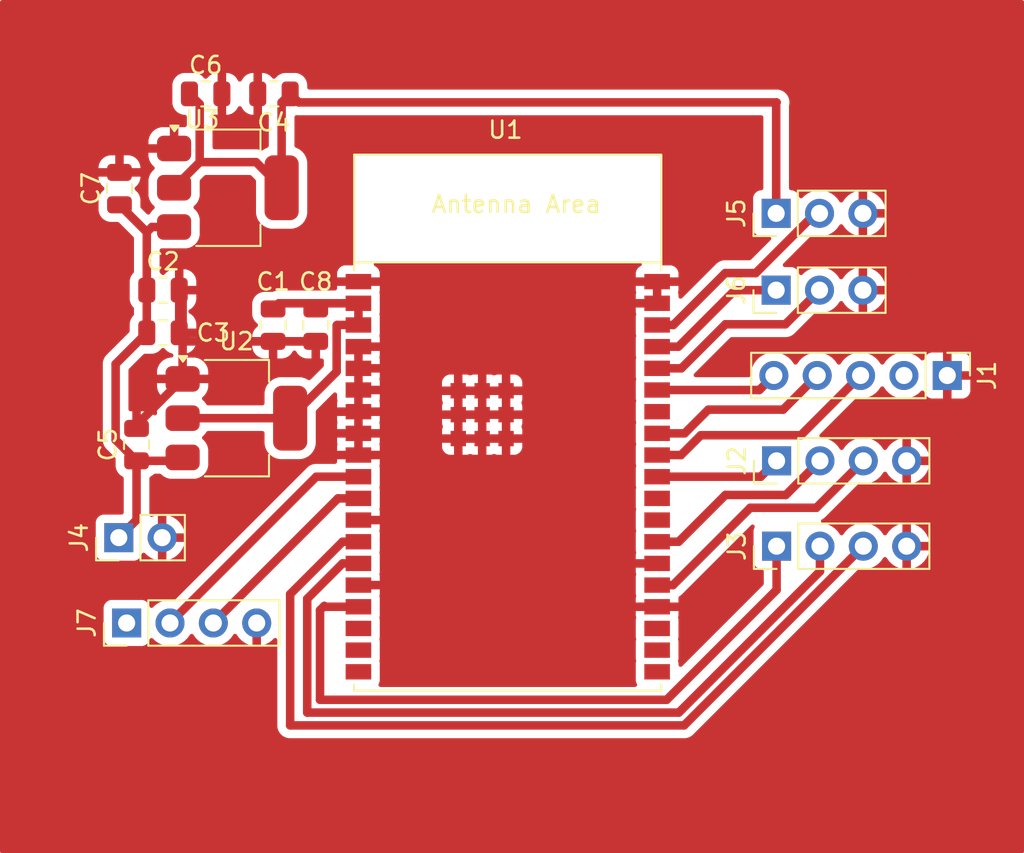
<source format=kicad_pcb>
(kicad_pcb (version 20240108) (generator "pcbnew") (generator_version "8.0")
  (layers (0 "F.Cu" signal) (31 "B.Cu" signal) (34 "B.Paste" user) (35 "F.Paste" user) (36 "B.SilkS" user "B.Silkscreen") (37 "F.SilkS" user "F.Silkscreen") (38 "B.Mask" user) (39 "F.Mask" user) (44 "Edge.Cuts" user))
  (net 0 "")
  (net 1 "/I2S_CL")
  (net 2 "GND")
  (net 3 "+3.3V")
  (net 4 "VCC")
  (net 5 "+5V")
  (net 6 "/I2S_DA")
  (net 7 "/RX")
  (net 8 "/TX")
  (net 9 "/LED_DATA")
  (net 10 "/I2S_BCK")
  (net 11 "/I2S_LRCK")
  (net 12 "/I2S_DATA")
  (net 13 "/KNOB1_A")
  (net 14 "/KNOB1_B")
  (net 15 "/KNOB1_BUT")
  (net 16 "/KNOB2_BUT")
  (net 17 "/KNOB2_A")
  (net 18 "/KNOB2_B")
  (footprint "Capacitor_SMD:C_0805_2012Metric" (layer "F.Cu") (at 28 41.05 90)
    (property "Reference" "C5" (at 0 -1.68 90) (layer "F.SilkS"))
    (property "Value" "100nF")
    (fp_line (start -0.261252 -0.735) (end 0.261252 -0.735) (stroke (width 0.12)) (layer "F.SilkS"))
    (fp_line (start -0.261252 0.735) (end 0.261252 0.735) (stroke (width 0.12)) (layer "F.SilkS"))
    (pad "1" smd roundrect (at -0.95 0 90) (size 1 1.45) (layers "F.Cu" "F.Paste" "F.Mask") (net 4 "VCC"))
    (pad "2" smd roundrect (at 0.95 0 90) (size 1 1.45) (layers "F.Cu" "F.Paste" "F.Mask") (net 2 "GND"))
  )
  (footprint "Connector_PinHeader_2.54mm:PinHeader_1x05_P2.54mm_Vertical" (layer "F.Cu") (at 75.5 37 -90)
    (property "Reference" "J1" (at 0 -2.33 90) (layer "F.SilkS"))
    (property "Value" "DAC_I2S")
    (fp_line (start -1.33 11.49) (end 1.33 11.49) (stroke (width 0.12)) (layer "F.SilkS"))
    (fp_line (start -1.33 1.27) (end -1.33 11.49) (stroke (width 0.12)) (layer "F.SilkS"))
    (fp_line (start -1.33 1.27) (end 1.33 1.27) (stroke (width 0.12)) (layer "F.SilkS"))
    (fp_line (start 1.33 1.27) (end 1.33 11.49) (stroke (width 0.12)) (layer "F.SilkS"))
    (fp_line (start -1.33 0) (end -1.33 -1.33) (stroke (width 0.12)) (layer "F.SilkS"))
    (fp_line (start -1.33 -1.33) (end 0 -1.33) (stroke (width 0.12)) (layer "F.SilkS"))
    (pad "1" thru_hole rect (at 0 0 270) (size 1.7 1.7) (drill 1) (layers "*.Cu" "*.Mask") (net 2 "GND"))
    (pad "2" thru_hole oval (at 0 2.54 270) (size 1.7 1.7) (drill 1) (layers "*.Cu" "*.Mask") (net 5 "+5V"))
    (pad "3" thru_hole oval (at 0 5.08 270) (size 1.7 1.7) (drill 1) (layers "*.Cu" "*.Mask") (net 10 "/I2S_BCK"))
    (pad "4" thru_hole oval (at 0 7.62 270) (size 1.7 1.7) (drill 1) (layers "*.Cu" "*.Mask") (net 11 "/I2S_LRCK"))
    (pad "5" thru_hole oval (at 0 10.16 270) (size 1.7 1.7) (drill 1) (layers "*.Cu" "*.Mask") (net 12 "/I2S_DATA"))
  )
  (footprint "Capacitor_SMD:C_0805_2012Metric" (layer "F.Cu") (at 36.05 20.5 180)
    (property "Reference" "C4" (at 0 -1.68 360) (layer "F.SilkS"))
    (property "Value" "100uF")
    (fp_line (start -0.261252 0.735) (end 0.261252 0.735) (stroke (width 0.12)) (layer "F.SilkS"))
    (fp_line (start -0.261252 -0.735) (end 0.261252 -0.735) (stroke (width 0.12)) (layer "F.SilkS"))
    (pad "1" smd roundrect (at -0.95 0 180) (size 1 1.45) (layers "F.Cu" "F.Paste" "F.Mask") (net 5 "+5V"))
    (pad "2" smd roundrect (at 0.95 0 180) (size 1 1.45) (layers "F.Cu" "F.Paste" "F.Mask") (net 2 "GND"))
  )
  (footprint "Package_TO_SOT_SMD:SOT-223-3_TabPin2" (layer "F.Cu") (at 33.35 26)
    (property "Reference" "U3" (at -1.5 -4 0) (layer "F.SilkS"))
    (property "Value" "AMS1117-5.0")
    (fp_line (start -1.85 -3.41) (end 1.91 -3.41) (stroke (width 0.12)) (layer "F.SilkS"))
    (fp_line (start -1.85 3.41) (end 1.91 3.41) (stroke (width 0.12)) (layer "F.SilkS"))
    (fp_line (start 1.91 -3.41) (end 1.91 -2.15) (stroke (width 0.12)) (layer "F.SilkS"))
    (fp_line (start 1.91 3.41) (end 1.91 2.15) (stroke (width 0.12)) (layer "F.SilkS"))
    (fp_poly (pts (xy -3.13 -3.31) (xy -3.37 -3.64) (xy -2.89 -3.64) (xy -3.13 -3.31)) (stroke (width 0.12)) (fill solid) (layer "F.SilkS"))
    (pad "1" smd roundrect (at -3.15 -2.3) (size 2 1.5) (layers "F.Cu" "F.Paste" "F.Mask") (net 2 "GND"))
    (pad "2" smd roundrect (at -3.15 0) (size 2 1.5) (layers "F.Cu" "F.Paste" "F.Mask") (net 5 "+5V"))
    (pad "2" smd roundrect (at 3.15 0) (size 2 3.8) (layers "F.Cu" "F.Paste" "F.Mask") (net 5 "+5V"))
    (pad "3" smd roundrect (at -3.15 2.3) (size 2 1.5) (layers "F.Cu" "F.Paste" "F.Mask") (net 4 "VCC"))
  )
  (footprint "Capacitor_SMD:C_0805_2012Metric" (layer "F.Cu") (at 38.5 34.05 -90)
    (property "Reference" "C8" (at -2.55 0 180) (layer "F.SilkS"))
    (property "Value" "100nF")
    (fp_line (start -0.261252 0.735) (end 0.261252 0.735) (stroke (width 0.12)) (layer "F.SilkS"))
    (fp_line (start -0.261252 -0.735) (end 0.261252 -0.735) (stroke (width 0.12)) (layer "F.SilkS"))
    (pad "1" smd roundrect (at -0.95 0 270) (size 1 1.45) (layers "F.Cu" "F.Paste" "F.Mask") (net 3 "+3.3V"))
    (pad "2" smd roundrect (at 0.95 0 270) (size 1 1.45) (layers "F.Cu" "F.Paste" "F.Mask") (net 2 "GND"))
  )
  (footprint "Connector_PinHeader_2.54mm:PinHeader_1x02_P2.54mm_Vertical" (layer "F.Cu") (at 26.96 46.5 90)
    (property "Reference" "J4" (at 0 -2.33 90) (layer "F.SilkS"))
    (property "Value" "POWER IN")
    (fp_line (start -1.33 -1.33) (end 0 -1.33) (stroke (width 0.12)) (layer "F.SilkS"))
    (fp_line (start -1.33 0) (end -1.33 -1.33) (stroke (width 0.12)) (layer "F.SilkS"))
    (fp_line (start 1.33 1.27) (end 1.33 3.87) (stroke (width 0.12)) (layer "F.SilkS"))
    (fp_line (start -1.33 1.27) (end 1.33 1.27) (stroke (width 0.12)) (layer "F.SilkS"))
    (fp_line (start -1.33 1.27) (end -1.33 3.87) (stroke (width 0.12)) (layer "F.SilkS"))
    (fp_line (start -1.33 3.87) (end 1.33 3.87) (stroke (width 0.12)) (layer "F.SilkS"))
    (pad "1" thru_hole rect (at 0 0 90) (size 1.7 1.7) (drill 1) (layers "*.Cu" "*.Mask") (net 4 "VCC"))
    (pad "2" thru_hole oval (at 0 2.54 90) (size 1.7 1.7) (drill 1) (layers "*.Cu" "*.Mask") (net 2 "GND"))
  )
  (footprint "PCM_Espressif:ESP32-WROVER-E" (layer "F.Cu") (at 49.75 39.755)
    (property "Reference" "U1" (at -0.14 -17.145 0) (layer "F.SilkS"))
    (property "Value" "ESP32-WROVER-E")
    (fp_line (start -9 -15.695) (end -9 -8.9) (stroke (width 0.12)) (layer "F.SilkS"))
    (fp_line (start -9 -9.385) (end 9 -9.385) (stroke (width 0.12)) (layer "F.SilkS"))
    (fp_line (start -9 15.705) (end -9 15.35) (stroke (width 0.12)) (layer "F.SilkS"))
    (fp_line (start -9 15.705) (end 9 15.705) (stroke (width 0.12)) (layer "F.SilkS"))
    (fp_line (start 9 -15.695) (end -9 -15.695) (stroke (width 0.12)) (layer "F.SilkS"))
    (fp_line (start 9 -15.65) (end 9 -8.9) (stroke (width 0.12)) (layer "F.SilkS"))
    (fp_line (start 9 15.705) (end 9 15.35) (stroke (width 0.12)) (layer "F.SilkS"))
    (fp_text user "Antenna Area" (at 0.5 -12.795 0) (layer "F.SilkS"))
    (pad "1" smd rect (at -8.75 -8.255) (size 1.5 0.9) (layers "F.Cu" "F.Paste" "F.Mask") (net 2 "GND"))
    (pad "2" smd rect (at -8.75 -6.985) (size 1.5 0.9) (layers "F.Cu" "F.Paste" "F.Mask") (net 3 "+3.3V"))
    (pad "3" smd rect (at -8.75 -5.715) (size 1.5 0.9) (layers "F.Cu" "F.Paste" "F.Mask") (net 3 "+3.3V"))
    (pad "4" smd rect (at -8.75 -4.445) (size 1.5 0.9) (layers "F.Cu" "F.Paste" "F.Mask") (net 2 "GND"))
    (pad "5" smd rect (at -8.75 -3.175) (size 1.5 0.9) (layers "F.Cu" "F.Paste" "F.Mask") (net 2 "GND"))
    (pad "6" smd rect (at -8.75 -1.905) (size 1.5 0.9) (layers "F.Cu" "F.Paste" "F.Mask") (net 2 "GND"))
    (pad "7" smd rect (at -8.75 -0.635) (size 1.5 0.9) (layers "F.Cu" "F.Paste" "F.Mask") (net 2 "GND"))
    (pad "8" smd rect (at -8.75 0.635) (size 1.5 0.9) (layers "F.Cu" "F.Paste" "F.Mask") (net 2 "GND"))
    (pad "9" smd rect (at -8.75 1.905) (size 1.5 0.9) (layers "F.Cu" "F.Paste" "F.Mask") (net 2 "GND"))
    (pad "10" smd rect (at -8.75 3.175) (size 1.5 0.9) (layers "F.Cu" "F.Paste" "F.Mask") (net 6 "/I2S_DA"))
    (pad "11" smd rect (at -8.75 4.445) (size 1.5 0.9) (layers "F.Cu" "F.Paste" "F.Mask") (net 1 "/I2S_CL"))
    (pad "12" smd rect (at -8.75 5.715) (size 1.5 0.9) (layers "F.Cu" "F.Paste" "F.Mask") (net 2 "GND"))
    (pad "13" smd rect (at -8.75 6.985) (size 1.5 0.9) (layers "F.Cu" "F.Paste" "F.Mask") (net 17 "/KNOB2_A"))
    (pad "14" smd rect (at -8.75 8.255) (size 1.5 0.9) (layers "F.Cu" "F.Paste" "F.Mask") (net 18 "/KNOB2_B"))
    (pad "15" smd rect (at -8.75 9.525) (size 1.5 0.9) (layers "F.Cu" "F.Paste" "F.Mask") (net 2 "GND"))
    (pad "16" smd rect (at -8.75 10.795) (size 1.5 0.9) (layers "F.Cu" "F.Paste" "F.Mask") (net 16 "/KNOB2_BUT"))
    (pad "17" smd rect (at -8.75 12.065) (size 1.5 0.9) (layers "F.Cu" "F.Paste" "F.Mask"))
    (pad "18" smd rect (at -8.75 13.335) (size 1.5 0.9) (layers "F.Cu" "F.Paste" "F.Mask"))
    (pad "19" smd rect (at -8.75 14.605) (size 1.5 0.9) (layers "F.Cu" "F.Paste" "F.Mask"))
    (pad "20" smd rect (at 8.75 14.605) (size 1.5 0.9) (layers "F.Cu" "F.Paste" "F.Mask"))
    (pad "21" smd rect (at 8.75 13.335) (size 1.5 0.9) (layers "F.Cu" "F.Paste" "F.Mask"))
    (pad "22" smd rect (at 8.75 12.065) (size 1.5 0.9) (layers "F.Cu" "F.Paste" "F.Mask"))
    (pad "23" smd rect (at 8.75 10.795) (size 1.5 0.9) (layers "F.Cu" "F.Paste" "F.Mask") (net 2 "GND"))
    (pad "24" smd rect (at 8.75 9.525) (size 1.5 0.9) (layers "F.Cu" "F.Paste" "F.Mask") (net 15 "/KNOB1_BUT"))
    (pad "25" smd rect (at 8.75 8.255) (size 1.5 0.9) (layers "F.Cu" "F.Paste" "F.Mask") (net 2 "GND"))
    (pad "26" smd rect (at 8.75 6.985) (size 1.5 0.9) (layers "F.Cu" "F.Paste" "F.Mask") (net 14 "/KNOB1_B"))
    (pad "27" smd rect (at 8.75 5.715) (size 1.5 0.9) (layers "F.Cu" "F.Paste" "F.Mask"))
    (pad "28" smd rect (at 8.75 4.445) (size 1.5 0.9) (layers "F.Cu" "F.Paste" "F.Mask"))
    (pad "29" smd rect (at 8.75 3.175) (size 1.5 0.9) (layers "F.Cu" "F.Paste" "F.Mask") (net 13 "/KNOB1_A"))
    (pad "30" smd rect (at 8.75 1.905) (size 1.5 0.9) (layers "F.Cu" "F.Paste" "F.Mask") (net 10 "/I2S_BCK"))
    (pad "31" smd rect (at 8.75 0.635) (size 1.5 0.9) (layers "F.Cu" "F.Paste" "F.Mask") (net 11 "/I2S_LRCK"))
    (pad "32" smd rect (at 8.75 -0.635) (size 1.5 0.9) (layers "F.Cu" "F.Paste" "F.Mask"))
    (pad "33" smd rect (at 8.75 -1.905) (size 1.5 0.9) (layers "F.Cu" "F.Paste" "F.Mask") (net 12 "/I2S_DATA"))
    (pad "34" smd rect (at 8.75 -3.175) (size 1.5 0.9) (layers "F.Cu" "F.Paste" "F.Mask") (net 7 "/RX"))
    (pad "35" smd rect (at 8.75 -4.445) (size 1.5 0.9) (layers "F.Cu" "F.Paste" "F.Mask") (net 8 "/TX"))
    (pad "36" smd rect (at 8.75 -5.715) (size 1.5 0.9) (layers "F.Cu" "F.Paste" "F.Mask") (net 9 "/LED_DATA"))
    (pad "37" smd rect (at 8.75 -6.985) (size 1.5 0.9) (layers "F.Cu" "F.Paste" "F.Mask") (net 2 "GND"))
    (pad "38" smd rect (at 8.75 -8.255) (size 1.5 0.9) (layers "F.Cu" "F.Paste" "F.Mask") (net 2 "GND"))
    (pad "39" smd rect (at -2.905 -1.86) (size 0.9 0.9) (layers "F.Cu" "F.Paste" "F.Mask") (net 2 "GND"))
    (pad "39" smd rect (at -2.9 -0.46) (size 0.9 0.9) (layers "F.Cu" "F.Paste" "F.Mask") (net 2 "GND"))
    (pad "39" smd rect (at -2.9 0.94) (size 0.9 0.9) (layers "F.Cu" "F.Paste" "F.Mask") (net 2 "GND"))
    (pad "39" smd rect (at -1.5 -1.86) (size 0.9 0.9) (layers "F.Cu" "F.Paste" "F.Mask") (net 2 "GND"))
    (pad "39" smd rect (at -1.5 -0.46) (size 0.9 0.9) (layers "F.Cu" "F.Paste" "F.Mask") (net 2 "GND"))
    (pad "39" smd rect (at -1.5 0.94) (size 0.9 0.9) (layers "F.Cu" "F.Paste" "F.Mask") (net 2 "GND"))
    (pad "39" smd rect (at -0.1 -1.86) (size 0.9 0.9) (layers "F.Cu" "F.Paste" "F.Mask") (net 2 "GND"))
    (pad "39" smd rect (at -0.1 -0.46) (size 0.9 0.9) (layers "F.Cu" "F.Paste" "F.Mask") (net 2 "GND"))
    (pad "39" smd rect (at -0.1 0.94) (size 0.9 0.9) (layers "F.Cu" "F.Paste" "F.Mask") (net 2 "GND"))
    (zone (net 0) (net_name "") (layers "*.Cu") (name "antenna keepout") (connect_pads (clearance 0)) (min_thickness 0.254)
      (keepout (tracks not_allowed) (vias not_allowed) (pads not_allowed) (copperpour not_allowed) (footprints not_allowed))
      (fill (thermal_gap 0.508) (thermal_bridge_width 0.508))
      (polygon (pts (xy 58.75 30.36) (xy 40.75 30.36) (xy 40.75 24.06) (xy 58.75 24.06)))
    )
  )
  (footprint "Capacitor_SMD:C_0805_2012Metric" (layer "F.Cu") (at 27 26.05 90)
    (property "Reference" "C7" (at 0 -1.68 90) (layer "F.SilkS"))
    (property "Value" "100nF")
    (fp_line (start -0.261252 -0.735) (end 0.261252 -0.735) (stroke (width 0.12)) (layer "F.SilkS"))
    (fp_line (start -0.261252 0.735) (end 0.261252 0.735) (stroke (width 0.12)) (layer "F.SilkS"))
    (pad "1" smd roundrect (at -0.95 0 90) (size 1 1.45) (layers "F.Cu" "F.Paste" "F.Mask") (net 4 "VCC"))
    (pad "2" smd roundrect (at 0.95 0 90) (size 1 1.45) (layers "F.Cu" "F.Paste" "F.Mask") (net 2 "GND"))
  )
  (footprint "Package_TO_SOT_SMD:SOT-223-3_TabPin2" (layer "F.Cu") (at 33.85 39.5)
    (property "Reference" "U2" (at 0 -4.5 0) (layer "F.SilkS"))
    (property "Value" "AMS1117-3.3")
    (fp_line (start -1.85 -3.41) (end 1.91 -3.41) (stroke (width 0.12)) (layer "F.SilkS"))
    (fp_line (start -1.85 3.41) (end 1.91 3.41) (stroke (width 0.12)) (layer "F.SilkS"))
    (fp_line (start 1.91 -3.41) (end 1.91 -2.15) (stroke (width 0.12)) (layer "F.SilkS"))
    (fp_line (start 1.91 3.41) (end 1.91 2.15) (stroke (width 0.12)) (layer "F.SilkS"))
    (fp_poly (pts (xy -3.13 -3.31) (xy -3.37 -3.64) (xy -2.89 -3.64) (xy -3.13 -3.31)) (stroke (width 0.12)) (fill solid) (layer "F.SilkS"))
    (pad "1" smd roundrect (at -3.15 -2.3) (size 2 1.5) (layers "F.Cu" "F.Paste" "F.Mask") (net 2 "GND"))
    (pad "2" smd roundrect (at -3.15 0) (size 2 1.5) (layers "F.Cu" "F.Paste" "F.Mask") (net 3 "+3.3V"))
    (pad "2" smd roundrect (at 3.15 0) (size 2 3.8) (layers "F.Cu" "F.Paste" "F.Mask") (net 3 "+3.3V"))
    (pad "3" smd roundrect (at -3.15 2.3) (size 2 1.5) (layers "F.Cu" "F.Paste" "F.Mask") (net 4 "VCC"))
  )
  (footprint "Capacitor_SMD:C_0805_2012Metric" (layer "F.Cu") (at 36 34.05 -90)
    (property "Reference" "C1" (at -2.55 0 180) (layer "F.SilkS"))
    (property "Value" "100uF")
    (fp_line (start -0.261252 0.735) (end 0.261252 0.735) (stroke (width 0.12)) (layer "F.SilkS"))
    (fp_line (start -0.261252 -0.735) (end 0.261252 -0.735) (stroke (width 0.12)) (layer "F.SilkS"))
    (pad "1" smd roundrect (at -0.95 0 270) (size 1 1.45) (layers "F.Cu" "F.Paste" "F.Mask") (net 3 "+3.3V"))
    (pad "2" smd roundrect (at 0.95 0 270) (size 1 1.45) (layers "F.Cu" "F.Paste" "F.Mask") (net 2 "GND"))
  )
  (footprint "Capacitor_SMD:C_0805_2012Metric" (layer "F.Cu") (at 29.55 34.5)
    (property "Reference" "C3" (at 2.95 0 0) (layer "F.SilkS"))
    (property "Value" "10uF")
    (fp_line (start -0.261252 -0.735) (end 0.261252 -0.735) (stroke (width 0.12)) (layer "F.SilkS"))
    (fp_line (start -0.261252 0.735) (end 0.261252 0.735) (stroke (width 0.12)) (layer "F.SilkS"))
    (pad "1" smd roundrect (at -0.95 0) (size 1 1.45) (layers "F.Cu" "F.Paste" "F.Mask") (net 4 "VCC"))
    (pad "2" smd roundrect (at 0.95 0) (size 1 1.45) (layers "F.Cu" "F.Paste" "F.Mask") (net 2 "GND"))
  )
  (footprint "Connector_PinHeader_2.54mm:PinHeader_1x04_P2.54mm_Vertical" (layer "F.Cu") (at 65.5 47 90)
    (property "Reference" "J3" (at 0 -2.33 90) (layer "F.SilkS"))
    (property "Value" "SelectionKnob")
    (fp_line (start -1.33 -1.33) (end 0 -1.33) (stroke (width 0.12)) (layer "F.SilkS"))
    (fp_line (start -1.33 0) (end -1.33 -1.33) (stroke (width 0.12)) (layer "F.SilkS"))
    (fp_line (start 1.33 1.27) (end 1.33 8.95) (stroke (width 0.12)) (layer "F.SilkS"))
    (fp_line (start -1.33 1.27) (end 1.33 1.27) (stroke (width 0.12)) (layer "F.SilkS"))
    (fp_line (start -1.33 1.27) (end -1.33 8.95) (stroke (width 0.12)) (layer "F.SilkS"))
    (fp_line (start -1.33 8.95) (end 1.33 8.95) (stroke (width 0.12)) (layer "F.SilkS"))
    (pad "1" thru_hole rect (at 0 0 90) (size 1.7 1.7) (drill 1) (layers "*.Cu" "*.Mask") (net 16 "/KNOB2_BUT"))
    (pad "2" thru_hole oval (at 0 2.54 90) (size 1.7 1.7) (drill 1) (layers "*.Cu" "*.Mask") (net 18 "/KNOB2_B"))
    (pad "3" thru_hole oval (at 0 5.08 90) (size 1.7 1.7) (drill 1) (layers "*.Cu" "*.Mask") (net 17 "/KNOB2_A"))
    (pad "4" thru_hole oval (at 0 7.62 90) (size 1.7 1.7) (drill 1) (layers "*.Cu" "*.Mask") (net 2 "GND"))
  )
  (footprint "Capacitor_SMD:C_0805_2012Metric" (layer "F.Cu") (at 32.05 20.5)
    (property "Reference" "C6" (at 0 -1.68 360) (layer "F.SilkS"))
    (property "Value" "100nF")
    (fp_line (start -0.261252 -0.735) (end 0.261252 -0.735) (stroke (width 0.12)) (layer "F.SilkS"))
    (fp_line (start -0.261252 0.735) (end 0.261252 0.735) (stroke (width 0.12)) (layer "F.SilkS"))
    (pad "1" smd roundrect (at -0.95 0) (size 1 1.45) (layers "F.Cu" "F.Paste" "F.Mask") (net 5 "+5V"))
    (pad "2" smd roundrect (at 0.95 0) (size 1 1.45) (layers "F.Cu" "F.Paste" "F.Mask") (net 2 "GND"))
  )
  (footprint "Connector_PinHeader_2.54mm:PinHeader_1x04_P2.54mm_Vertical" (layer "F.Cu") (at 65.5 42 90)
    (property "Reference" "J2" (at 0 -2.33 90) (layer "F.SilkS"))
    (property "Value" "VolumeKnob")
    (fp_line (start -1.33 -1.33) (end 0 -1.33) (stroke (width 0.12)) (layer "F.SilkS"))
    (fp_line (start -1.33 0) (end -1.33 -1.33) (stroke (width 0.12)) (layer "F.SilkS"))
    (fp_line (start 1.33 1.27) (end 1.33 8.95) (stroke (width 0.12)) (layer "F.SilkS"))
    (fp_line (start -1.33 1.27) (end 1.33 1.27) (stroke (width 0.12)) (layer "F.SilkS"))
    (fp_line (start -1.33 1.27) (end -1.33 8.95) (stroke (width 0.12)) (layer "F.SilkS"))
    (fp_line (start -1.33 8.95) (end 1.33 8.95) (stroke (width 0.12)) (layer "F.SilkS"))
    (pad "1" thru_hole rect (at 0 0 90) (size 1.7 1.7) (drill 1) (layers "*.Cu" "*.Mask") (net 13 "/KNOB1_A"))
    (pad "2" thru_hole oval (at 0 2.54 90) (size 1.7 1.7) (drill 1) (layers "*.Cu" "*.Mask") (net 14 "/KNOB1_B"))
    (pad "3" thru_hole oval (at 0 5.08 90) (size 1.7 1.7) (drill 1) (layers "*.Cu" "*.Mask") (net 15 "/KNOB1_BUT"))
    (pad "4" thru_hole oval (at 0 7.62 90) (size 1.7 1.7) (drill 1) (layers "*.Cu" "*.Mask") (net 2 "GND"))
  )
  (footprint "Capacitor_SMD:C_0805_2012Metric" (layer "F.Cu") (at 29.55 32)
    (property "Reference" "C2" (at 0 -1.68 0) (layer "F.SilkS"))
    (property "Value" "10uF")
    (fp_line (start -0.261252 -0.735) (end 0.261252 -0.735) (stroke (width 0.12)) (layer "F.SilkS"))
    (fp_line (start -0.261252 0.735) (end 0.261252 0.735) (stroke (width 0.12)) (layer "F.SilkS"))
    (pad "1" smd roundrect (at -0.95 0) (size 1 1.45) (layers "F.Cu" "F.Paste" "F.Mask") (net 4 "VCC"))
    (pad "2" smd roundrect (at 0.95 0) (size 1 1.45) (layers "F.Cu" "F.Paste" "F.Mask") (net 2 "GND"))
  )
  (footprint "Connector_PinHeader_2.54mm:PinHeader_1x04_P2.54mm_Vertical" (layer "F.Cu") (at 27.42 51.5 90)
    (property "Reference" "J7" (at 0 -2.33 90) (layer "F.SilkS"))
    (property "Value" "I2C")
    (fp_line (start -1.33 -1.33) (end 0 -1.33) (stroke (width 0.12)) (layer "F.SilkS"))
    (fp_line (start -1.33 0) (end -1.33 -1.33) (stroke (width 0.12)) (layer "F.SilkS"))
    (fp_line (start 1.33 1.27) (end 1.33 8.95) (stroke (width 0.12)) (layer "F.SilkS"))
    (fp_line (start -1.33 1.27) (end 1.33 1.27) (stroke (width 0.12)) (layer "F.SilkS"))
    (fp_line (start -1.33 1.27) (end -1.33 8.95) (stroke (width 0.12)) (layer "F.SilkS"))
    (fp_line (start -1.33 8.95) (end 1.33 8.95) (stroke (width 0.12)) (layer "F.SilkS"))
    (pad "1" thru_hole rect (at 0 0 90) (size 1.7 1.7) (drill 1) (layers "*.Cu" "*.Mask") (net 5 "+5V"))
    (pad "2" thru_hole oval (at 0 2.54 90) (size 1.7 1.7) (drill 1) (layers "*.Cu" "*.Mask") (net 6 "/I2S_DA"))
    (pad "3" thru_hole oval (at 0 5.08 90) (size 1.7 1.7) (drill 1) (layers "*.Cu" "*.Mask") (net 1 "/I2S_CL"))
    (pad "4" thru_hole oval (at 0 7.62 90) (size 1.7 1.7) (drill 1) (layers "*.Cu" "*.Mask") (net 2 "GND"))
  )
  (footprint "Connector_PinHeader_2.54mm:PinHeader_1x03_P2.54mm_Vertical" (layer "F.Cu") (at 65.475 32 90)
    (property "Reference" "J6" (at 0 -2.33 90) (layer "F.SilkS"))
    (property "Value" "Programming")
    (fp_line (start -1.33 -1.33) (end 0 -1.33) (stroke (width 0.12)) (layer "F.SilkS"))
    (fp_line (start -1.33 0) (end -1.33 -1.33) (stroke (width 0.12)) (layer "F.SilkS"))
    (fp_line (start 1.33 1.27) (end 1.33 6.41) (stroke (width 0.12)) (layer "F.SilkS"))
    (fp_line (start -1.33 1.27) (end 1.33 1.27) (stroke (width 0.12)) (layer "F.SilkS"))
    (fp_line (start -1.33 1.27) (end -1.33 6.41) (stroke (width 0.12)) (layer "F.SilkS"))
    (fp_line (start -1.33 6.41) (end 1.33 6.41) (stroke (width 0.12)) (layer "F.SilkS"))
    (pad "1" thru_hole rect (at 0 0 90) (size 1.7 1.7) (drill 1) (layers "*.Cu" "*.Mask") (net 8 "/TX"))
    (pad "2" thru_hole oval (at 0 2.54 90) (size 1.7 1.7) (drill 1) (layers "*.Cu" "*.Mask") (net 7 "/RX"))
    (pad "3" thru_hole oval (at 0 5.08 90) (size 1.7 1.7) (drill 1) (layers "*.Cu" "*.Mask") (net 2 "GND"))
  )
  (footprint "Connector_PinHeader_2.54mm:PinHeader_1x03_P2.54mm_Vertical" (layer "F.Cu") (at 65.475 27.5 90)
    (property "Reference" "J5" (at 0 -2.33 90) (layer "F.SilkS"))
    (property "Value" "WS2812B")
    (fp_line (start -1.33 -1.33) (end 0 -1.33) (stroke (width 0.12)) (layer "F.SilkS"))
    (fp_line (start -1.33 0) (end -1.33 -1.33) (stroke (width 0.12)) (layer "F.SilkS"))
    (fp_line (start 1.33 1.27) (end 1.33 6.41) (stroke (width 0.12)) (layer "F.SilkS"))
    (fp_line (start -1.33 1.27) (end 1.33 1.27) (stroke (width 0.12)) (layer "F.SilkS"))
    (fp_line (start -1.33 1.27) (end -1.33 6.41) (stroke (width 0.12)) (layer "F.SilkS"))
    (fp_line (start -1.33 6.41) (end 1.33 6.41) (stroke (width 0.12)) (layer "F.SilkS"))
    (pad "1" thru_hole rect (at 0 0 90) (size 1.7 1.7) (drill 1) (layers "*.Cu" "*.Mask") (net 5 "+5V"))
    (pad "2" thru_hole oval (at 0 2.54 90) (size 1.7 1.7) (drill 1) (layers "*.Cu" "*.Mask") (net 9 "/LED_DATA"))
    (pad "3" thru_hole oval (at 0 5.08 90) (size 1.7 1.7) (drill 1) (layers "*.Cu" "*.Mask") (net 2 "GND"))
  )
  (segment (start 32.5 51.5) (end 39.8 44.2) (width 0.5) (layer "F.Cu") (net 1))
  (segment (start 39.8 44.2) (end 41 44.2) (width 0.5) (layer "F.Cu") (net 1))
  (segment (start 28 40.1) (end 28 39.9) (width 0.5) (layer "F.Cu") (net 2))
  (segment (start 31 35) (end 30.5 34.5) (width 0.5) (layer "F.Cu") (net 2))
  (segment (start 28 39.9) (end 30.7 37.2) (width 0.5) (layer "F.Cu") (net 2))
  (segment (start 30.7 32.2) (end 30.5 32) (width 0.5) (layer "F.Cu") (net 2))
  (segment (start 30.7 37.2) (end 30.7 32.2) (width 0.5) (layer "F.Cu") (net 2))
  (segment (start 38.5 35) (end 31 35) (width 0.5) (layer "F.Cu") (net 2))
  (segment (start 36.33 32.77) (end 36 33.1) (width 0.5) (layer "F.Cu") (net 3))
  (segment (start 39.75 34.04) (end 41 34.04) (width 0.5) (layer "F.Cu") (net 3))
  (segment (start 41 34.04) (end 41 32.77) (width 0.5) (layer "F.Cu") (net 3))
  (segment (start 38.83 32.77) (end 38.5 33.1) (width 0.2) (layer "F.Cu") (net 3))
  (segment (start 37 39.5) (end 39.725 36.775) (width 0.5) (layer "F.Cu") (net 3))
  (segment (start 39.725 34.065) (end 39.75 34.04) (width 0.5) (layer "F.Cu") (net 3))
  (segment (start 30.7 39.5) (end 37 39.5) (width 0.5) (layer "F.Cu") (net 3))
  (segment (start 41 32.77) (end 36.33 32.77) (width 0.5) (layer "F.Cu") (net 3))
  (segment (start 39.725 36.775) (end 39.725 34.065) (width 0.5) (layer "F.Cu") (net 3))
  (segment (start 28 45.46) (end 26.96 46.5) (width 0.5) (layer "F.Cu") (net 4))
  (segment (start 30.5 42) (end 30.7 41.8) (width 0.5) (layer "F.Cu") (net 4))
  (segment (start 28.9 28.3) (end 28.6 28.6) (width 0.5) (layer "F.Cu") (net 4))
  (segment (start 28 42) (end 30.5 42) (width 0.5) (layer "F.Cu") (net 4))
  (segment (start 28.6 28.6) (end 28.6 34.5) (width 0.5) (layer "F.Cu") (net 4))
  (segment (start 26.775 36.325) (end 26.775 40.775) (width 0.5) (layer "F.Cu") (net 4))
  (segment (start 26.775 40.775) (end 28 42) (width 0.5) (layer "F.Cu") (net 4))
  (segment (start 27 27) (end 28.6 28.6) (width 0.5) (layer "F.Cu") (net 4))
  (segment (start 28.6 34.5) (end 26.775 36.325) (width 0.5) (layer "F.Cu") (net 4))
  (segment (start 28 42) (end 28 45.46) (width 0.5) (layer "F.Cu") (net 4))
  (segment (start 30.2 28.3) (end 28.9 28.3) (width 0.5) (layer "F.Cu") (net 4))
  (segment (start 65.475 21.025) (end 65.5 21) (width 0.5) (layer "F.Cu") (net 5))
  (segment (start 37.5 21) (end 37 20.5) (width 0.5) (layer "F.Cu") (net 5))
  (segment (start 36.5 21) (end 37 20.5) (width 0.5) (layer "F.Cu") (net 5))
  (segment (start 36.5 26) (end 36.5 21) (width 0.5) (layer "F.Cu") (net 5))
  (segment (start 31.7 21.1) (end 31.7 24.5) (width 0.5) (layer "F.Cu") (net 5))
  (segment (start 35 24.5) (end 36.5 26) (width 0.5) (layer "F.Cu") (net 5))
  (segment (start 31.7 24.5) (end 30.2 26) (width 0.5) (layer "F.Cu") (net 5))
  (segment (start 31.7 24.5) (end 35 24.5) (width 0.5) (layer "F.Cu") (net 5))
  (segment (start 65.475 27.5) (end 65.475 21.025) (width 0.5) (layer "F.Cu") (net 5))
  (segment (start 31.1 20.5) (end 31.7 21.1) (width 0.5) (layer "F.Cu") (net 5))
  (segment (start 65.5 21) (end 37.5 21) (width 0.5) (layer "F.Cu") (net 5))
  (segment (start 41 42.93) (end 38.53 42.93) (width 0.5) (layer "F.Cu") (net 6))
  (segment (start 38.53 42.93) (end 29.96 51.5) (width 0.5) (layer "F.Cu") (net 6))
  (segment (start 66.015 34) (end 62.5 34) (width 0.5) (layer "F.Cu") (net 7))
  (segment (start 68.015 32) (end 66.015 34) (width 0.5) (layer "F.Cu") (net 7))
  (segment (start 62.5 34) (end 59.92 36.58) (width 0.5) (layer "F.Cu") (net 7))
  (segment (start 59.92 36.58) (end 58.5 36.58) (width 0.5) (layer "F.Cu") (net 7))
  (segment (start 63.06 32) (end 65.475 32) (width 0.5) (layer "F.Cu") (net 8))
  (segment (start 59.75 35.31) (end 63.06 32) (width 0.5) (layer "F.Cu") (net 8))
  (segment (start 58.5 35.31) (end 59.75 35.31) (width 0.5) (layer "F.Cu") (net 8))
  (segment (start 62.49 31) (end 59.45 34.04) (width 0.5) (layer "F.Cu") (net 9))
  (segment (start 68.015 27.5) (end 67.775 27.5) (width 0.2) (layer "F.Cu") (net 9))
  (segment (start 64.275 31) (end 62.49 31) (width 0.5) (layer "F.Cu") (net 9))
  (segment (start 67.775 27.5) (end 64.275 31) (width 0.5) (layer "F.Cu") (net 9))
  (segment (start 59.45 34.04) (end 58.5 34.04) (width 0.5) (layer "F.Cu") (net 9))
  (segment (start 70.42 37) (end 66.92 40.5) (width 0.5) (layer "F.Cu") (net 10))
  (segment (start 66.92 40.5) (end 61.06066 40.5) (width 0.5) (layer "F.Cu") (net 10))
  (segment (start 61.06066 40.5) (end 59.90066 41.66) (width 0.5) (layer "F.Cu") (net 10))
  (segment (start 59.90066 41.66) (end 58.5 41.66) (width 0.5) (layer "F.Cu") (net 10))
  (segment (start 61.5 39) (end 60.11 40.39) (width 0.5) (layer "F.Cu") (net 11))
  (segment (start 60.11 40.39) (end 58.5 40.39) (width 0.5) (layer "F.Cu") (net 11))
  (segment (start 67.88 37) (end 65.88 39) (width 0.5) (layer "F.Cu") (net 11))
  (segment (start 65.88 39) (end 61.5 39) (width 0.5) (layer "F.Cu") (net 11))
  (segment (start 64.49 37.85) (end 58.5 37.85) (width 0.5) (layer "F.Cu") (net 12))
  (segment (start 65.34 37) (end 64.49 37.85) (width 0.5) (layer "F.Cu") (net 12))
  (segment (start 65.5 42) (end 64.57 42.93) (width 0.5) (layer "F.Cu") (net 13))
  (segment (start 64.57 42.93) (end 58.5 42.93) (width 0.5) (layer "F.Cu") (net 13))
  (segment (start 68.04 42) (end 66.04 44) (width 0.5) (layer "F.Cu") (net 14))
  (segment (start 62.5 44) (end 59.76 46.74) (width 0.5) (layer "F.Cu") (net 14))
  (segment (start 66.04 44) (end 62.5 44) (width 0.5) (layer "F.Cu") (net 14))
  (segment (start 59.76 46.74) (end 58.5 46.74) (width 0.5) (layer "F.Cu") (net 14))
  (segment (start 59.45 46.74) (end 58.5 46.74) (width 0.2) (layer "F.Cu") (net 14))
  (segment (start 63.96 44.75) (end 59.43 49.28) (width 0.5) (layer "F.Cu") (net 15))
  (segment (start 67.83 44.75) (end 63.96 44.75) (width 0.5) (layer "F.Cu") (net 15))
  (segment (start 59.43 49.28) (end 58.5 49.28) (width 0.5) (layer "F.Cu") (net 15))
  (segment (start 70.58 42) (end 67.83 44.75) (width 0.5) (layer "F.Cu") (net 15))
  (segment (start 59.03 49.28) (end 58.5 49.28) (width 0.2) (layer "F.Cu") (net 15))
  (segment (start 65.5 49.56) (end 65.5 47) (width 0.5) (layer "F.Cu") (net 16))
  (segment (start 39 50.5) (end 38.75 50.75) (width 0.5) (layer "F.Cu") (net 16))
  (segment (start 59.06 56) (end 65.5 49.56) (width 0.5) (layer "F.Cu") (net 16))
  (segment (start 38.75 56) (end 59.06 56) (width 0.5) (layer "F.Cu") (net 16))
  (segment (start 39.05 50.55) (end 39 50.5) (width 0.5) (layer "F.Cu") (net 16))
  (segment (start 41 50.55) (end 39.05 50.55) (width 0.5) (layer "F.Cu") (net 16))
  (segment (start 38.75 50.75) (end 38.75 56) (width 0.5) (layer "F.Cu") (net 16))
  (segment (start 37 49.81) (end 37 57.5) (width 0.5) (layer "F.Cu") (net 17))
  (segment (start 60.08 57.5) (end 70.58 47) (width 0.5) (layer "F.Cu") (net 17))
  (segment (start 37 57.5) (end 60.08 57.5) (width 0.5) (layer "F.Cu") (net 17))
  (segment (start 41 46.74) (end 40.07 46.74) (width 0.5) (layer "F.Cu") (net 17))
  (segment (start 40.07 46.74) (end 37 49.81) (width 0.5) (layer "F.Cu") (net 17))
  (segment (start 40.07 48.01) (end 41 48.01) (width 0.5) (layer "F.Cu") (net 18))
  (segment (start 38 50.08) (end 40.07 48.01) (width 0.5) (layer "F.Cu") (net 18))
  (segment (start 38 56.75) (end 38 50.08) (width 0.5) (layer "F.Cu") (net 18))
  (segment (start 68.04 47) (end 68.04 48.47934) (width 0.5) (layer "F.Cu") (net 18))
  (segment (start 68.04 48.47934) (end 59.76934 56.75) (width 0.5) (layer "F.Cu") (net 18))
  (segment (start 59.76934 56.75) (end 38 56.75) (width 0.5) (layer "F.Cu") (net 18))
  (zone (net 2) (net_name "GND") (layer "F.Cu") (connect_pads (clearance 0.5)) (min_thickness 0.25) (fill yes (thermal_gap 0.5) (thermal_bridge_width 0.5))
    (polygon (pts (xy 20 15) (xy 80 15) (xy 80 65) (xy 20 65)))
  )
)
</source>
